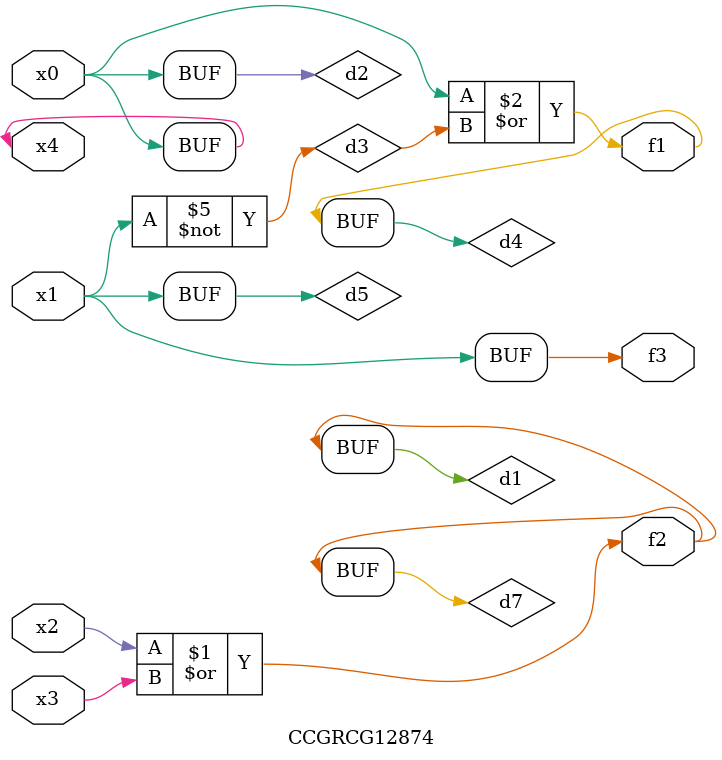
<source format=v>
module CCGRCG12874(
	input x0, x1, x2, x3, x4,
	output f1, f2, f3
);

	wire d1, d2, d3, d4, d5, d6, d7;

	or (d1, x2, x3);
	buf (d2, x0, x4);
	not (d3, x1);
	or (d4, d2, d3);
	not (d5, d3);
	nand (d6, d1, d3);
	or (d7, d1);
	assign f1 = d4;
	assign f2 = d7;
	assign f3 = d5;
endmodule

</source>
